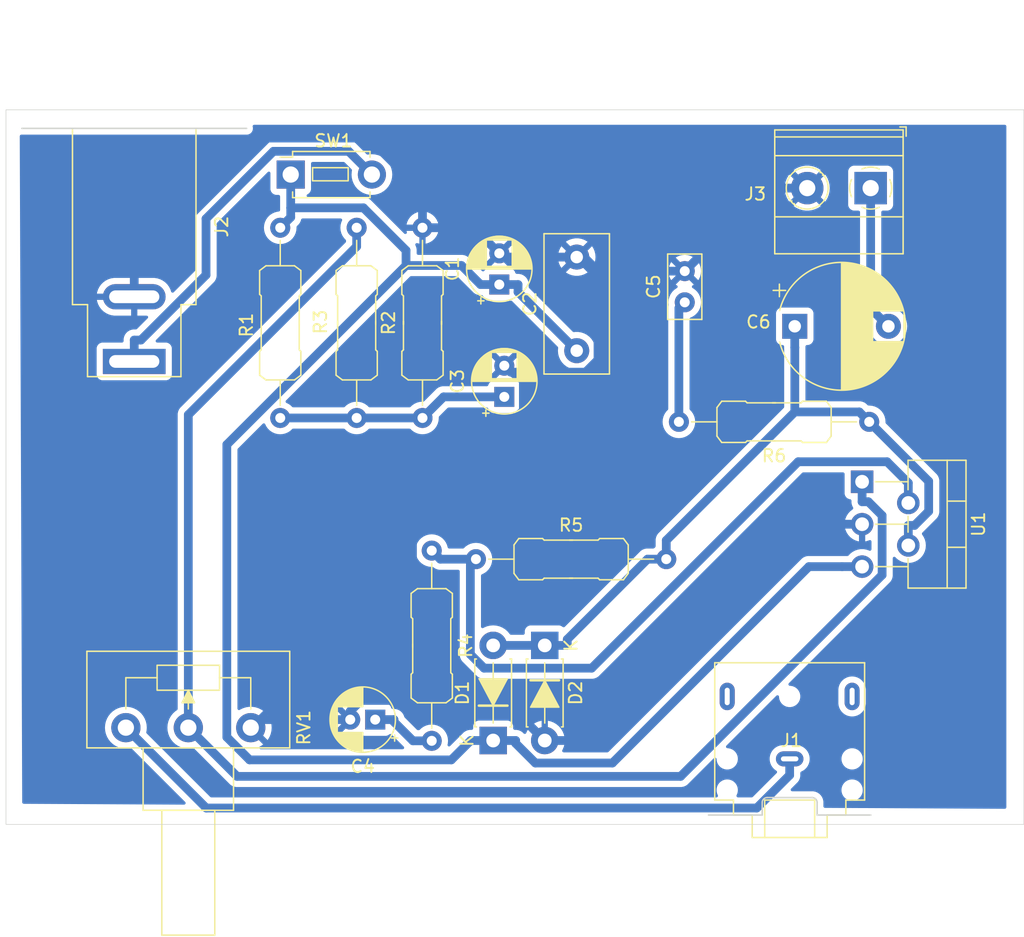
<source format=kicad_pcb>
(kicad_pcb (version 20240108) (generator "pcbnew") (generator_version "8.0")
  (layers (0 "F.Cu" signal) (31 "B.Cu" signal) (34 "B.Paste" user) (35 "F.Paste" user) (36 "B.SilkS" user "B.Silkscreen") (37 "F.SilkS" user "F.Silkscreen") (38 "B.Mask" user) (39 "F.Mask" user) (44 "Edge.Cuts" user))
  (net 0 "")
  (net 1 "GNDREF")
  (net 2 "VCC")
  (net 3 "Net-(C3-Pad1)")
  (net 4 "Net-(C4-Pad1)")
  (net 5 "Net-(C5-Pad1)")
  (net 6 "Net-(D1-A)")
  (net 7 "V+")
  (net 8 "Net-(U1--)")
  (net 9 "Net-(J3-Pin_1)")
  (net 11 "Net-(J1-PadS)")
  (net 12 "Net-(SW1-B)")
  (footprint "PCM_Resistor_THT_AKL:R_Axial_DIN0309_L9.0mm_D3.2mm_P15.24mm_Horizontal" (layer "F.Cu") (at 105.85 55.69 90)
    (property "Reference" "R2" (at 7.62 -2.72 90) (layer "F.SilkS"))
    (property "Value" "100K" (hide yes))
    (pad "1" thru_hole circle (at 0 0 90) (size 1.6 1.6) (drill 0.8) (layers "*.Cu" "*.Mask") (net 3 "Net-(C3-Pad1)"))
    (pad "2" thru_hole oval (at 15.24 0 90) (size 1.6 1.6) (drill 0.8) (layers "*.Cu" "*.Mask") (net 1 "GNDREF"))
  )
  (footprint "Package_TO_SOT_THT:TO-220-5_P3.4x3.7mm_StaggerOdd_Lead3.8mm_Vertical" (layer "F.Cu") (at 141.05 60.8 -90)
    (property "Reference" "U1" (at 3.4 -9.32 90) (layer "F.SilkS"))
    (property "Value" "TDA2030")
    (pad "1" thru_hole rect (at 0 0 270) (size 1.8 1.8) (drill 1.1) (layers "*.Cu" "*.Mask") (net 7 "V+"))
    (pad "2" thru_hole oval (at 1.7 -3.7 270) (size 1.8 1.8) (drill 1.1) (layers "*.Cu" "*.Mask") (net 8 "Net-(U1--)"))
    (pad "3" thru_hole oval (at 3.4 0 270) (size 1.8 1.8) (drill 1.1) (layers "*.Cu" "*.Mask") (net 1 "GNDREF"))
    (pad "4" thru_hole oval (at 5.1 -3.7 270) (size 1.8 1.8) (drill 1.1) (layers "*.Cu" "*.Mask") (net 6 "Net-(D1-A)"))
    (pad "5" thru_hole oval (at 6.8 0 270) (size 1.8 1.8) (drill 1.1) (layers "*.Cu" "*.Mask") (net 2 "VCC"))
  )
  (footprint "PCM_Resistor_THT_AKL:R_Axial_DIN0309_L9.0mm_D3.2mm_P15.24mm_Horizontal" (layer "F.Cu") (at 141.62 56 180)
    (property "Reference" "R6" (at 7.62 -2.72 0) (layer "F.SilkS"))
    (property "Value" "1" (hide yes))
    (pad "1" thru_hole circle (at 0 0 180) (size 1.6 1.6) (drill 0.8) (layers "*.Cu" "*.Mask") (net 6 "Net-(D1-A)"))
    (pad "2" thru_hole oval (at 15.24 0 180) (size 1.6 1.6) (drill 0.8) (layers "*.Cu" "*.Mask") (net 5 "Net-(C5-Pad1)"))
  )
  (footprint "Capacitor_THT:CP_Radial_D5.0mm_P2.50mm" (layer "F.Cu") (at 112.4 54 90)
    (property "Reference" "C3" (at 1.25 -3.75 90) (layer "F.SilkS"))
    (property "Value" "22uF")
    (pad "1" thru_hole rect (at 0 0 90) (size 1.6 1.6) (drill 0.8) (layers "*.Cu" "*.Mask") (net 3 "Net-(C3-Pad1)"))
    (pad "2" thru_hole circle (at 2.5 0 90) (size 1.6 1.6) (drill 0.8) (layers "*.Cu" "*.Mask") (net 1 "GNDREF"))
  )
  (footprint "PCM_Diode_THT_AKL:D_DO-41_SOD81_P7.62mm_Horizontal" (layer "F.Cu") (at 115.64 73.91 -90)
    (property "Reference" "D2" (at 3.81 -2.47 90) (layer "F.SilkS"))
    (property "Value" "1N4007" (hide yes))
    (fp_text user "K" (at 0 -2.1 90) (layer "F.SilkS"))
    (pad "1" thru_hole rect (at 0 0 270) (size 2.2 2.2) (drill 1.1) (layers "*.Cu" "*.Mask") (net 6 "Net-(D1-A)"))
    (pad "2" thru_hole oval (at 7.62 0 270) (size 2.2 2.2) (drill 1.1) (layers "*.Cu" "*.Mask") (net 1 "GNDREF"))
  )
  (footprint "PCM_Diode_THT_AKL:D_DO-41_SOD81_P7.62mm_Horizontal" (layer "F.Cu") (at 111.51 81.53 90)
    (property "Reference" "D1" (at 3.81 -2.47 90) (layer "F.SilkS"))
    (property "Value" "1N4007" (hide yes))
    (fp_text user "K" (at 0 -2.1 90) (layer "F.SilkS"))
    (pad "1" thru_hole rect (at 0 0 90) (size 2.2 2.2) (drill 1.1) (layers "*.Cu" "*.Mask") (net 2 "VCC"))
    (pad "2" thru_hole oval (at 7.62 0 90) (size 2.2 2.2) (drill 1.1) (layers "*.Cu" "*.Mask") (net 6 "Net-(D1-A)"))
  )
  (footprint "Capacitor_THT:CP_Radial_D5.0mm_P2.50mm" (layer "F.Cu") (at 112 45 90)
    (property "Reference" "C1" (at 1.25 -3.75 90) (layer "F.SilkS"))
    (property "Value" "100uF")
    (pad "1" thru_hole rect (at 0 0 90) (size 1.6 1.6) (drill 0.8) (layers "*.Cu" "*.Mask") (net 2 "VCC"))
    (pad "2" thru_hole circle (at 2.5 0 90) (size 1.6 1.6) (drill 0.8) (layers "*.Cu" "*.Mask") (net 1 "GNDREF"))
  )
  (footprint "Button_Switch_THT:SW_PUSH_1P1T_6x3.5mm_H4.3_APEM_MJTP1243" (layer "F.Cu") (at 95.3 36.19)
    (property "Reference" "SW1" (at 3.42 -2.7 0) (layer "F.SilkS"))
    (property "Value" "Power")
    (pad "1" thru_hole rect (at 0 0 90) (size 2.25 2.25) (drill 1.3) (layers "*.Cu" "*.Mask") (net 2 "VCC"))
    (pad "2" thru_hole circle (at 6.5 0 90) (size 2.25 2.25) (drill 1.3) (layers "*.Cu" "*.Mask") (net 12 "Net-(SW1-B)"))
  )
  (footprint "TerminalBlock_Phoenix:TerminalBlock_Phoenix_MKDS-1,5-2-5.08_1x02_P5.08mm_Horizontal" (layer "F.Cu") (at 141.735 37.275 180)
    (property "Reference" "J3" (at 9.235 -0.475 0) (layer "F.SilkS"))
    (property "Value" "HP 42")
    (pad "1" thru_hole rect (at 0 0 180) (size 2.6 2.6) (drill 1.3) (layers "*.Cu" "*.Mask") (net 9 "Net-(J3-Pin_1)"))
    (pad "2" thru_hole circle (at 5.08 0 180) (size 2.6 2.6) (drill 1.3) (layers "*.Cu" "*.Mask") (net 1 "GNDREF"))
  )
  (footprint "Capacitor_THT:CP_Radial_D5.0mm_P2.00mm" (layer "F.Cu") (at 102.065 79.855 180)
    (property "Reference" "C4" (at 1 -3.75 0) (layer "F.SilkS"))
    (property "Value" "1uF")
    (pad "1" thru_hole rect (at 0 0 180) (size 1.6 1.6) (drill 0.8) (layers "*.Cu" "*.Mask") (net 4 "Net-(C4-Pad1)"))
    (pad "2" thru_hole circle (at 2 0 180) (size 1.6 1.6) (drill 0.8) (layers "*.Cu" "*.Mask") (net 1 "GNDREF"))
  )
  (footprint "Capacitor_THT:C_Disc_D5.0mm_W2.5mm_P2.50mm" (layer "F.Cu") (at 126.85 46.425 90)
    (property "Reference" "C5" (at 1.25 -2.5 90) (layer "F.SilkS"))
    (property "Value" "220nF")
    (pad "1" thru_hole circle (at 0 0 90) (size 1.6 1.6) (drill 0.8) (layers "*.Cu" "*.Mask") (net 5 "Net-(C5-Pad1)"))
    (pad "2" thru_hole circle (at 2.5 0 90) (size 1.6 1.6) (drill 0.8) (layers "*.Cu" "*.Mask") (net 1 "GNDREF"))
  )
  (footprint "PCM_Resistor_THT_AKL:R_Axial_DIN0309_L9.0mm_D3.2mm_P15.24mm_Horizontal" (layer "F.Cu") (at 100.58 55.69 90)
    (property "Reference" "R3" (at 7.69 -2.9 90) (layer "F.SilkS"))
    (property "Value" "100K" (hide yes))
    (pad "1" thru_hole circle (at 0 0 90) (size 1.6 1.6) (drill 0.8) (layers "*.Cu" "*.Mask") (net 3 "Net-(C3-Pad1)"))
    (pad "2" thru_hole oval (at 15.24 0 90) (size 1.6 1.6) (drill 0.8) (layers "*.Cu" "*.Mask") (net 7 "V+"))
  )
  (footprint "Connector_Audio:Jack_3.5mm_CUI_SJ1-3523N_Horizontal" (layer "F.Cu") (at 135.25 83)
    (property "Reference" "J1" (at 0.14 -1.47 0) (layer "F.SilkS"))
    (property "Value" "AudioJack2_Ground")
    (fp_line (start -2.2 3.5) (end -2.2 4.5) (stroke (width 0.12)) (layer "Edge.Cuts"))
    (fp_line (start -2.2 4.5) (end -6.5 4.5) (stroke (width 0.12)) (layer "Edge.Cuts"))
    (fp_line (start 1.8 3.1) (end -1.8 3.1) (stroke (width 0.12)) (layer "Edge.Cuts"))
    (fp_line (start 2.2 3.5) (end 2.2 4.5) (stroke (width 0.12)) (layer "Edge.Cuts"))
    (fp_line (start 2.2 4.5) (end 6.5 4.5) (stroke (width 0.12)) (layer "Edge.Cuts"))
    (fp_arc (start -2.2 3.5) (mid -2.082842 3.217158) (end -1.8 3.1) (stroke (width 0.12)) (layer "Edge.Cuts"))
    (fp_arc (start 1.8 3.1) (mid 2.082843 3.217157) (end 2.2 3.5) (stroke (width 0.12)) (layer "Edge.Cuts"))
    (pad "" np_thru_hole circle (at -5 0) (size 1.2 1.2) (drill 1.2) (layers "F&B.Cu" "*.Mask"))
    (pad "" np_thru_hole circle (at -5 2.5) (size 1.2 1.2) (drill 1.2) (layers "F&B.Cu" "*.Mask"))
    (pad "" np_thru_hole circle (at 0 -5) (size 1.2 1.2) (drill 1.2) (layers "F&B.Cu" "*.Mask"))
    (pad "" np_thru_hole circle (at 5 0) (size 1.2 1.2) (drill 1.2) (layers "F&B.Cu" "*.Mask"))
    (pad "" np_thru_hole circle (at 5 2.5) (size 1.2 1.2) (drill 1.2) (layers "F&B.Cu" "*.Mask"))
    (pad "R" thru_hole oval (at -5 -5) (size 1.2 2.2) (drill oval 0.4 1.4) (layers "*.Cu" "*.Mask"))
    (pad "S" thru_hole oval (at 0 0) (size 2.2 1.2) (drill oval 1.4 0.4) (layers "*.Cu" "*.Mask") (net 11 "Net-(J1-PadS)"))
    (pad "T" thru_hole oval (at 5 -5 180) (size 1.2 2.2) (drill oval 0.4 1.4) (layers "*.Cu" "*.Mask"))
  )
  (footprint "PCM_Resistor_THT_AKL:R_Axial_DIN0309_L9.0mm_D3.2mm_P15.24mm_Horizontal" (layer "F.Cu") (at 106.59 66.315 -90)
    (property "Reference" "R4" (at 7.62 -2.72 90) (layer "F.SilkS"))
    (property "Value" "47K" (hide yes))
    (pad "1" thru_hole circle (at 0 0 270) (size 1.6 1.6) (drill 0.8) (layers "*.Cu" "*.Mask") (net 8 "Net-(U1--)"))
    (pad "2" thru_hole oval (at 15.24 0 270) (size 1.6 1.6) (drill 0.8) (layers "*.Cu" "*.Mask") (net 4 "Net-(C4-Pad1)"))
  )
  (footprint "PCM_Resistor_THT_AKL:R_Axial_DIN0309_L9.0mm_D3.2mm_P15.24mm_Horizontal" (layer "F.Cu") (at 94.46 40.45 -90)
    (property "Reference" "R1" (at 7.8 2.71 90) (layer "F.SilkS"))
    (property "Value" "100K" (hide yes))
    (pad "1" thru_hole circle (at 0 0 270) (size 1.6 1.6) (drill 0.8) (layers "*.Cu" "*.Mask") (net 2 "VCC"))
    (pad "2" thru_hole oval (at 15.24 0 270) (size 1.6 1.6) (drill 0.8) (layers "*.Cu" "*.Mask") (net 3 "Net-(C3-Pad1)"))
  )
  (footprint "Capacitor_THT:C_Disc_D11.0mm_W5.0mm_P7.50mm" (layer "F.Cu") (at 118.2 50.3 90)
    (property "Reference" "C2" (at 3.75 -3.75 90) (layer "F.SilkS"))
    (property "Value" "100uF")
    (pad "1" thru_hole circle (at 0 0 90) (size 2 2) (drill 1) (layers "*.Cu" "*.Mask") (net 2 "VCC"))
    (pad "2" thru_hole circle (at 7.5 0 90) (size 2 2) (drill 1) (layers "*.Cu" "*.Mask") (net 1 "GNDREF"))
  )
  (footprint "PCM_Potentiometer_THT_AKL:Potentiometer_Piher_T-16H_Single_Horizontal" (layer "F.Cu") (at 82.1 80.5 -90)
    (property "Reference" "RV1" (at 0 -14.25 90) (layer "F.SilkS"))
    (property "Value" "10k - 22K" (hide yes))
    (pad "1" thru_hole circle (at 0 0 270) (size 2.34 2.34) (drill 1.3) (layers "*.Cu" "*.Mask") (net 11 "Net-(J1-PadS)"))
    (pad "2" thru_hole circle (at 0 -5 270) (size 2.34 2.34) (drill 1.3) (layers "*.Cu" "*.Mask") (net 7 "V+"))
    (pad "3" thru_hole circle (at 0 -10 270) (size 2.34 2.34) (drill 1.3) (layers "*.Cu" "*.Mask") (net 1 "GNDREF"))
  )
  (footprint "Connector_BarrelJack:BarrelJack_SwitchcraftConxall_RAPC10U_Horizontal" (layer "F.Cu") (at 82.77 51.16 -90)
    (property "Reference" "J2" (at -10.8 -7 90) (layer "F.SilkS"))
    (property "Value" "Barrel_Jack")
    (fp_line (start -18.67 -9) (end -18.67 9) (stroke (width 0.12)) (layer "Edge.Cuts"))
    (pad "1" thru_hole rect (at 0 0 270) (size 2.02 5.02) (drill oval 1.02 4.02) (layers "*.Cu" "*.Mask") (net 12 "Net-(SW1-B)"))
    (pad "2" thru_hole oval (at -5.18 0 270) (size 2.02 5.02) (drill oval 1.02 4.02) (layers "*.Cu" "*.Mask") (net 1 "GNDREF"))
  )
  (footprint "PCM_Resistor_THT_AKL:R_Axial_DIN0309_L9.0mm_D3.2mm_P15.24mm_Horizontal" (layer "F.Cu") (at 110.13 67)
    (property "Reference" "R5" (at 7.62 -2.72 0) (layer "F.SilkS"))
    (property "Value" "150K" (hide yes))
    (pad "1" thru_hole circle (at 0 0) (size 1.6 1.6) (drill 0.8) (layers "*.Cu" "*.Mask") (net 8 "Net-(U1--)"))
    (pad "2" thru_hole oval (at 15.24 0) (size 1.6 1.6) (drill 0.8) (layers "*.Cu" "*.Mask") (net 6 "Net-(D1-A)"))
  )
  (footprint "Capacitor_THT:CP_Radial_D10.0mm_P7.50mm" (layer "F.Cu") (at 135.6573 48.345)
    (property "Reference" "C6" (at -2.907323 -0.345 0) (layer "F.SilkS"))
    (property "Value" "2000uF")
    (pad "1" thru_hole rect (at 0 0) (size 2 2) (drill 1) (layers "*.Cu" "*.Mask") (net 6 "Net-(D1-A)"))
    (pad "2" thru_hole circle (at 7.5 0) (size 2 2) (drill 1) (layers "*.Cu" "*.Mask") (net 9 "Net-(J3-Pin_1)"))
  )
  (gr_rect (start 72.5 31) (end 154 88.25) (stroke (width 0.05)) (fill none) (layer "Edge.Cuts"))
  (segment (start 105.85 37.5856) (end 101.5299 33.2655) (width 0.7) (layer "B.Cu") (net 1))
  (segment (start 113.9269 55.0852) (end 105.0482 63.9639) (width 0.7) (layer "B.Cu") (net 1))
  (segment (start 133.5 37.275) (end 126.85 43.925) (width 0.7) (layer "B.Cu") (net 1))
  (segment (start 115.64 81.53) (end 117.4417 81.53) (width 0.7) (layer "B.Cu") (net 1))
  (segment (start 101.5299 33.2655) (end 93.4298 33.2655) (width 0.7) (layer "B.Cu") (net 1))
  (segment (start 141.05 64.2) (end 134.7717 64.2) (width 0.7) (layer "B.Cu") (net 1))
  (segment (start 105.85 40.45) (end 105.85 37.5856) (width 0.7) (layer "B.Cu") (net 1))
  (segment (start 106.2255 40.45) (end 109.95 40.45) (width 0.7) (layer "B.Cu") (net 1))
  (segment (start 113.9269 52.0185) (end 112.9185 52.0185) (width 0.7) (layer "B.Cu") (net 1))
  (segment (start 112.9185 52.0185) (end 112.4 51.5) (width 0.7) (layer "B.Cu") (net 1))
  (segment (start 113.9269 52.0185) (end 113.9269 55.0852) (width 0.7) (layer "B.Cu") (net 1))
  (segment (start 105.0482 63.9639) (end 105.0482 78.3161) (width 0.7) (layer "B.Cu") (net 1))
  (segment (start 82.77 43.9253) (end 82.77 45.98) (width 0.7) (layer "B.Cu") (net 1))
  (segment (start 134.7717 64.2) (end 117.4417 81.53) (width 0.7) (layer "B.Cu") (net 1))
  (segment (start 112.4261 78.3161) (end 115.64 81.53) (width 0.7) (layer "B.Cu") (net 1))
  (segment (start 100.065 79.855) (end 100.065 79.1817) (width 0.7) (layer "B.Cu") (net 1))
  (segment (start 118.2 42.8) (end 118.7799 42.8) (width 0.7) (layer "B.Cu") (net 1))
  (segment (start 119.9049 43.925) (end 119.9049 51.0296) (width 0.7) (layer "B.Cu") (net 1))
  (segment (start 118.2 42.8) (end 112.3 42.8) (width 0.7) (layer "B.Cu") (net 1))
  (segment (start 105.85 40.45) (end 106.2255 40.45) (width 0.7) (layer "B.Cu") (net 1))
  (segment (start 100.065 79.1817) (end 100.9306 78.3161) (width 0.7) (layer "B.Cu") (net 1))
  (segment (start 112.3 42.8) (end 112 42.5) (width 0.7) (layer "B.Cu") (net 1))
  (segment (start 126.85 43.925) (end 119.9049 43.925) (width 0.7) (layer "B.Cu") (net 1))
  (segment (start 100.065 79.855) (end 92.745 79.855) (width 0.7) (layer "B.Cu") (net 1))
  (segment (start 92.745 79.855) (end 92.1 80.5) (width 0.7) (layer "B.Cu") (net 1))
  (segment (start 105.0482 78.3161) (end 112.4261 78.3161) (width 0.7) (layer "B.Cu") (net 1))
  (segment (start 109.95 40.45) (end 112 42.5) (width 0.7) (layer "B.Cu") (net 1))
  (segment (start 118.916 52.0185) (end 113.9269 52.0185) (width 0.7) (layer "B.Cu") (net 1))
  (segment (start 119.9049 51.0296) (end 118.916 52.0185) (width 0.7) (layer "B.Cu") (net 1))
  (segment (start 93.4298 33.2655) (end 82.77 43.9253) (width 0.7) (layer "B.Cu") (net 1))
  (segment (start 100.9306 78.3161) (end 105.0482 78.3161) (width 0.7) (layer "B.Cu") (net 1))
  (segment (start 118.7799 42.8) (end 119.9049 43.925) (width 0.7) (layer "B.Cu") (net 1))
  (segment (start 136.655 37.275) (end 133.5 37.275) (width 0.7) (layer "B.Cu") (net 1))
  (segment (start 92.0074 83.0817) (end 90.1837 81.258) (width 0.7) (layer "B.Cu") (net 2))
  (segment (start 141.05 67.6) (end 139.4483 67.6) (width 0.7) (layer "B.Cu") (net 2))
  (segment (start 104.5328 42.2647) (end 101.1239 38.8558) (width 0.7) (layer "B.Cu") (net 2))
  (segment (start 95.3 36.19) (end 95.3 38.8558) (width 0.7) (layer "B.Cu") (net 2))
  (segment (start 109.7083 81.53) (end 108.1566 83.0817) (width 0.7) (layer "B.Cu") (net 2))
  (segment (start 112.4109 81.53) (end 111.51 81.53) (width 0.7) (layer "B.Cu") (net 2))
  (segment (start 112 45) (end 110.4983 45) (width 0.7) (layer "B.Cu") (net 2))
  (segment (start 139.4483 67.6) (end 136.7887 67.6) (width 0.7) (layer "B.Cu") (net 2))
  (segment (start 113.3117 81.7553) (end 113.3117 81.53) (width 0.7) (layer "B.Cu") (net 2))
  (segment (start 90.1837 57.8241) (end 104.5328 43.475) (width 0.7) (layer "B.Cu") (net 2))
  (segment (start 121.057 83.3317) (end 114.8881 83.3317) (width 0.7) (layer "B.Cu") (net 2))
  (segment (start 114.8881 83.3317) (end 113.3117 81.7553) (width 0.7) (layer "B.Cu") (net 2))
  (segment (start 118.2 50.3) (end 113.5017 45.6017) (width 0.7) (layer "B.Cu") (net 2))
  (segment (start 101.1239 38.8558) (end 95.3 38.8558) (width 0.7) (layer "B.Cu") (net 2))
  (segment (start 112.4109 81.53) (end 113.3117 81.53) (width 0.7) (layer "B.Cu") (net 2))
  (segment (start 104.5328 43.475) (end 108.9733 43.475) (width 0.7) (layer "B.Cu") (net 2))
  (segment (start 108.1566 83.0817) (end 92.0074 83.0817) (width 0.7) (layer "B.Cu") (net 2))
  (segment (start 104.5328 43.475) (end 104.5328 42.2647) (width 0.7) (layer "B.Cu") (net 2))
  (segment (start 113.5017 45.6017) (end 113.5017 45) (width 0.7) (layer "B.Cu") (net 2))
  (segment (start 90.1837 81.258) (end 90.1837 57.8241) (width 0.7) (layer "B.Cu") (net 2))
  (segment (start 111.51 81.53) (end 109.7083 81.53) (width 0.7) (layer "B.Cu") (net 2))
  (segment (start 95.3 39.61) (end 94.46 40.45) (width 0.7) (layer "B.Cu") (net 2))
  (segment (start 95.3 38.8558) (end 95.3 39.61) (width 0.7) (layer "B.Cu") (net 2))
  (segment (start 112 45) (end 113.5017 45) (width 0.7) (layer "B.Cu") (net 2))
  (segment (start 108.9733 43.475) (end 110.4983 45) (width 0.7) (layer "B.Cu") (net 2))
  (segment (start 136.7887 67.6) (end 121.057 83.3317) (width 0.7) (layer "B.Cu") (net 2))
  (segment (start 107.54 54) (end 105.85 55.69) (width 0.7) (layer "B.Cu") (net 3))
  (segment (start 112.4 54) (end 107.54 54) (width 0.7) (layer "B.Cu") (net 3))
  (segment (start 94.46 55.69) (end 100.58 55.69) (width 0.7) (layer "B.Cu") (net 3))
  (segment (start 105.85 55.69) (end 100.58 55.69) (width 0.7) (layer "B.Cu") (net 3))
  (segment (start 103.5667 79.855) (end 103.5667 80.0334) (width 0.7) (layer "B.Cu") (net 4))
  (segment (start 102.065 79.855) (end 103.5667 79.855) (width 0.7) (layer "B.Cu") (net 4))
  (segment (start 106.59 81.555) (end 105.0883 81.555) (width 0.7) (layer "B.Cu") (net 4))
  (segment (start 103.5667 80.0334) (end 105.0883 81.555) (width 0.7) (layer "B.Cu") (net 4))
  (segment (start 126.38 46.895) (end 126.38 56) (width 0.7) (layer "B.Cu") (net 5))
  (segment (start 126.85 46.425) (end 126.38 46.895) (width 0.7) (layer "B.Cu") (net 5))
  (segment (start 117.4417 73.91) (end 117.4417 73.4266) (width 0.7) (layer "B.Cu") (net 6))
  (segment (start 135.6621 55.2062) (end 140.8262 55.2062) (width 0.7) (layer "B.Cu") (net 6))
  (segment (start 125.37 67) (end 123.8683 67) (width 0.7) (layer "B.Cu") (net 6))
  (segment (start 135.6621 55.2062) (end 125.37 65.4983) (width 0.7) (layer "B.Cu") (net 6))
  (segment (start 146.3811 60.7611) (end 141.62 56) (width 0.7) (layer "B.Cu") (net 6))
  (segment (start 135.6573 50.0467) (end 135.6621 50.0515) (width 0.7) (layer "B.Cu") (net 6))
  (segment (start 111.51 73.91) (end 115.64 73.91) (width 0.7) (layer "B.Cu") (net 6))
  (segment (start 145.2478 64.2983) (end 146.3811 63.165) (width 0.7) (layer "B.Cu") (net 6))
  (segment (start 115.64 73.91) (end 117.4417 73.91) (width 0.7) (layer "B.Cu") (net 6))
  (segment (start 146.3811 63.165) (end 146.3811 60.7611) (width 0.7) (layer "B.Cu") (net 6))
  (segment (start 144.75 64.2983) (end 145.2478 64.2983) (width 0.7) (layer "B.Cu") (net 6))
  (segment (start 140.8262 55.2062) (end 141.62 56) (width 0.7) (layer "B.Cu") (net 6))
  (segment (start 117.4417 73.4266) (end 123.8683 67) (width 0.7) (layer "B.Cu") (net 6))
  (segment (start 144.75 65.9) (end 144.75 64.2983) (width 0.7) (layer "B.Cu") (net 6))
  (segment (start 125.37 67) (end 125.37 65.4983) (width 0.7) (layer "B.Cu") (net 6))
  (segment (start 135.6573 48.345) (end 135.6573 50.0467) (width 0.7) (layer "B.Cu") (net 6))
  (segment (start 135.6621 50.0515) (end 135.6621 55.2062) (width 0.7) (layer "B.Cu") (net 6))
  (segment (start 141.05 60.8) (end 141.05 62.4017) (width 0.7) (layer "B.Cu") (net 7))
  (segment (start 87.1 55.4317) (end 100.58 41.9517) (width 0.7) (layer "B.Cu") (net 7))
  (segment (start 100.58 40.45) (end 100.58 41.9517) (width 0.7) (layer "B.Cu") (net 7))
  (segment (start 126.5166 84.4039) (end 91.0039 84.4039) (width 0.7) (layer "B.Cu") (net 7))
  (segment (start 142.6517 68.2688) (end 126.5166 84.4039) (width 0.7) (layer "B.Cu") (net 7))
  (segment (start 141.05 62.4017) (end 141.5506 62.4017) (width 0.7) (layer "B.Cu") (net 7))
  (segment (start 91.0039 84.4039) (end 87.1 80.5) (width 0.7) (layer "B.Cu") (net 7))
  (segment (start 141.5506 62.4017) (end 142.6517 63.5028) (width 0.7) (layer "B.Cu") (net 7))
  (segment (start 142.6517 63.5028) (end 142.6517 68.2688) (width 0.7) (layer "B.Cu") (net 7))
  (segment (start 87.1 80.5) (end 87.1 55.4317) (width 0.7) (layer "B.Cu") (net 7))
  (segment (start 109.6839 67) (end 109.6839 74.6318) (width 0.7) (layer "B.Cu") (net 8))
  (segment (start 135.9319 59.1983) (end 143.05 59.1983) (width 0.7) (layer "B.Cu") (net 8))
  (segment (start 144.75 62.5) (end 144.75 60.8983) (width 0.7) (layer "B.Cu") (net 8))
  (segment (start 143.05 59.1983) (end 144.75 60.8983) (width 0.7) (layer "B.Cu") (net 8))
  (segment (start 110.7834 75.7313) (end 119.3989 75.7313) (width 0.7) (layer "B.Cu") (net 8))
  (segment (start 107.275 67) (end 106.59 66.315) (width 0.7) (layer "B.Cu") (net 8))
  (segment (start 109.6839 67) (end 107.275 67) (width 0.7) (layer "B.Cu") (net 8))
  (segment (start 109.6839 74.6318) (end 110.7834 75.7313) (width 0.7) (layer "B.Cu") (net 8))
  (segment (start 110.13 67) (end 109.6839 67) (width 0.7) (layer "B.Cu") (net 8))
  (segment (start 119.3989 75.7313) (end 135.9319 59.1983) (width 0.7) (layer "B.Cu") (net 8))
  (segment (start 143.1573 48.345) (end 141.735 46.9227) (width 0.7) (layer "B.Cu") (net 9))
  (segment (start 141.735 46.9227) (end 141.735 37.275) (width 0.7) (layer "B.Cu") (net 9))
  (segment (start 88.5374 86.9374) (end 132.6143 86.9374) (width 0.7) (layer "B.Cu") (net 11))
  (segment (start 132.6143 86.9374) (end 135.25 84.3017) (width 0.7) (layer "B.Cu") (net 11))
  (segment (start 82.1 80.5) (end 88.5374 86.9374) (width 0.7) (layer "B.Cu") (net 11))
  (segment (start 135.25 83) (end 135.25 84.3017) (width 0.7) (layer "B.Cu") (net 11))
  (segment (start 83.3049 49.4483) (end 88.5187 44.2345) (width 0.7) (layer "B.Cu") (net 12))
  (segment (start 88.5187 39.7282) (end 93.9206 34.3263) (width 0.7) (layer "B.Cu") (net 12))
  (segment (start 99.9363 34.3263) (end 101.8 36.19) (width 0.7) (layer "B.Cu") (net 12))
  (segment (start 82.77 51.16) (end 82.77 49.4483) (width 0.7) (layer "B.Cu") (net 12))
  (segment (start 82.77 49.4483) (end 83.3049 49.4483) (width 0.7) (layer "B.Cu") (net 12))
  (segment (start 93.9206 34.3263) (end 99.9363 34.3263) (width 0.7) (layer "B.Cu") (net 12))
  (segment (start 88.5187 44.2345) (end 88.5187 39.7282) (width 0.7) (layer "B.Cu") (net 12))
  (zone (net 1) (net_name "GNDREF") (layer "B.Cu") (connect_pads (clearance 0.5)) (min_thickness 0.25) (fill yes (thermal_gap 0.5) (thermal_bridge_width 0.5))
    (polygon (pts (xy 73.6 32.2) (xy 152.6 32.2) (xy 152.6 87) (xy 73.8 86.6)))
  )
)
</source>
